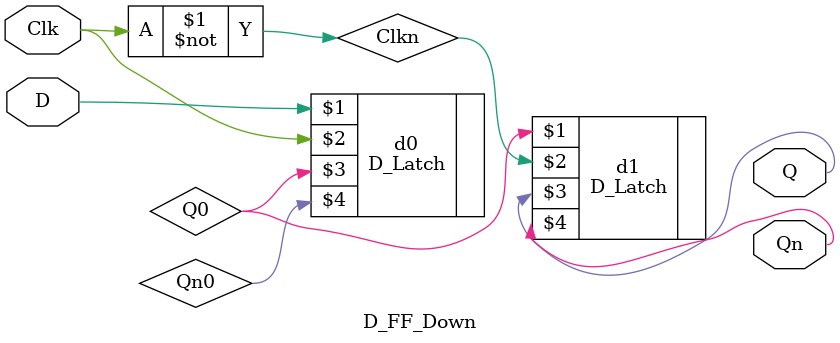
<source format=v>
`timescale 1ns / 1ps


module D_FF_Down(D,Clk,Q,Qn);
input D,Clk;
output Q,Qn;
wire Clkn,Q0,Qn0;
not i0(Clkn,Clk);
D_Latch d0(D,Clk,Q0,Qn0);
//Ö÷Ëø´æÆ÷
D_Latch d1(Q0,Clkn,Q,Qn);
//´ÓËø´æÆ÷
//¸ü¸ÄÎªÏÂ½µÑØ½øÐÐÐ´²Ù×÷
endmodule

</source>
